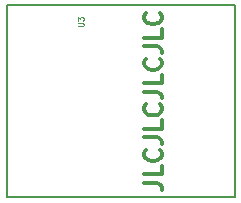
<source format=gto>
%TF.GenerationSoftware,KiCad,Pcbnew,(5.99.0-6613-ge739d5ba65)*%
%TF.CreationDate,2020-11-02T19:14:16+01:00*%
%TF.ProjectId,min_sx1280,6d696e5f-7378-4313-9238-302e6b696361,rev?*%
%TF.SameCoordinates,PX5f31df8PY89d6220*%
%TF.FileFunction,Legend,Top*%
%TF.FilePolarity,Positive*%
%FSLAX46Y46*%
G04 Gerber Fmt 4.6, Leading zero omitted, Abs format (unit mm)*
G04 Created by KiCad (PCBNEW (5.99.0-6613-ge739d5ba65)) date 2020-11-02 19:14:16*
%MOMM*%
%LPD*%
G01*
G04 APERTURE LIST*
%ADD10C,0.300000*%
%ADD11C,0.125000*%
%ADD12C,0.150000*%
G04 APERTURE END LIST*
D10*
X11899571Y1473429D02*
X12971000Y1473429D01*
X13185285Y1402000D01*
X13328142Y1259143D01*
X13399571Y1044858D01*
X13399571Y902000D01*
X13399571Y2902000D02*
X13399571Y2187715D01*
X11899571Y2187715D01*
X13256714Y4259143D02*
X13328142Y4187715D01*
X13399571Y3973429D01*
X13399571Y3830572D01*
X13328142Y3616286D01*
X13185285Y3473429D01*
X13042428Y3402000D01*
X12756714Y3330572D01*
X12542428Y3330572D01*
X12256714Y3402000D01*
X12113857Y3473429D01*
X11971000Y3616286D01*
X11899571Y3830572D01*
X11899571Y3973429D01*
X11971000Y4187715D01*
X12042428Y4259143D01*
X11899571Y5330572D02*
X12971000Y5330572D01*
X13185285Y5259143D01*
X13328142Y5116286D01*
X13399571Y4902000D01*
X13399571Y4759143D01*
X13399571Y6759143D02*
X13399571Y6044858D01*
X11899571Y6044858D01*
X13256714Y8116286D02*
X13328142Y8044858D01*
X13399571Y7830572D01*
X13399571Y7687715D01*
X13328142Y7473429D01*
X13185285Y7330572D01*
X13042428Y7259143D01*
X12756714Y7187715D01*
X12542428Y7187715D01*
X12256714Y7259143D01*
X12113857Y7330572D01*
X11971000Y7473429D01*
X11899571Y7687715D01*
X11899571Y7830572D01*
X11971000Y8044858D01*
X12042428Y8116286D01*
X11899571Y9187715D02*
X12971000Y9187715D01*
X13185285Y9116286D01*
X13328142Y8973429D01*
X13399571Y8759143D01*
X13399571Y8616286D01*
X13399571Y10616286D02*
X13399571Y9902000D01*
X11899571Y9902000D01*
X13256714Y11973429D02*
X13328142Y11902000D01*
X13399571Y11687715D01*
X13399571Y11544858D01*
X13328142Y11330572D01*
X13185285Y11187715D01*
X13042428Y11116286D01*
X12756714Y11044858D01*
X12542428Y11044858D01*
X12256714Y11116286D01*
X12113857Y11187715D01*
X11971000Y11330572D01*
X11899571Y11544858D01*
X11899571Y11687715D01*
X11971000Y11902000D01*
X12042428Y11973429D01*
X11899571Y13044858D02*
X12971000Y13044858D01*
X13185285Y12973429D01*
X13328142Y12830572D01*
X13399571Y12616286D01*
X13399571Y12473429D01*
X13399571Y14473429D02*
X13399571Y13759143D01*
X11899571Y13759143D01*
X13256714Y15830572D02*
X13328142Y15759143D01*
X13399571Y15544858D01*
X13399571Y15402000D01*
X13328142Y15187715D01*
X13185285Y15044858D01*
X13042428Y14973429D01*
X12756714Y14902000D01*
X12542428Y14902000D01*
X12256714Y14973429D01*
X12113857Y15044858D01*
X11971000Y15187715D01*
X11899571Y15402000D01*
X11899571Y15544858D01*
X11971000Y15759143D01*
X12042428Y15830572D01*
D11*
%TO.C,U3*%
X6282190Y14726048D02*
X6686952Y14726048D01*
X6734571Y14749858D01*
X6758380Y14773667D01*
X6782190Y14821286D01*
X6782190Y14916524D01*
X6758380Y14964143D01*
X6734571Y14987953D01*
X6686952Y15011762D01*
X6282190Y15011762D01*
X6282190Y15202239D02*
X6282190Y15511762D01*
X6472666Y15345096D01*
X6472666Y15416524D01*
X6496476Y15464143D01*
X6520285Y15487953D01*
X6567904Y15511762D01*
X6686952Y15511762D01*
X6734571Y15487953D01*
X6758380Y15464143D01*
X6782190Y15416524D01*
X6782190Y15273667D01*
X6758380Y15226048D01*
X6734571Y15202239D01*
D12*
X19558000Y254000D02*
X254000Y254000D01*
X254000Y254000D02*
X254000Y16510000D01*
X254000Y16510000D02*
X19558000Y16510000D01*
X19558000Y16510000D02*
X19558000Y254000D01*
%TD*%
M02*

</source>
